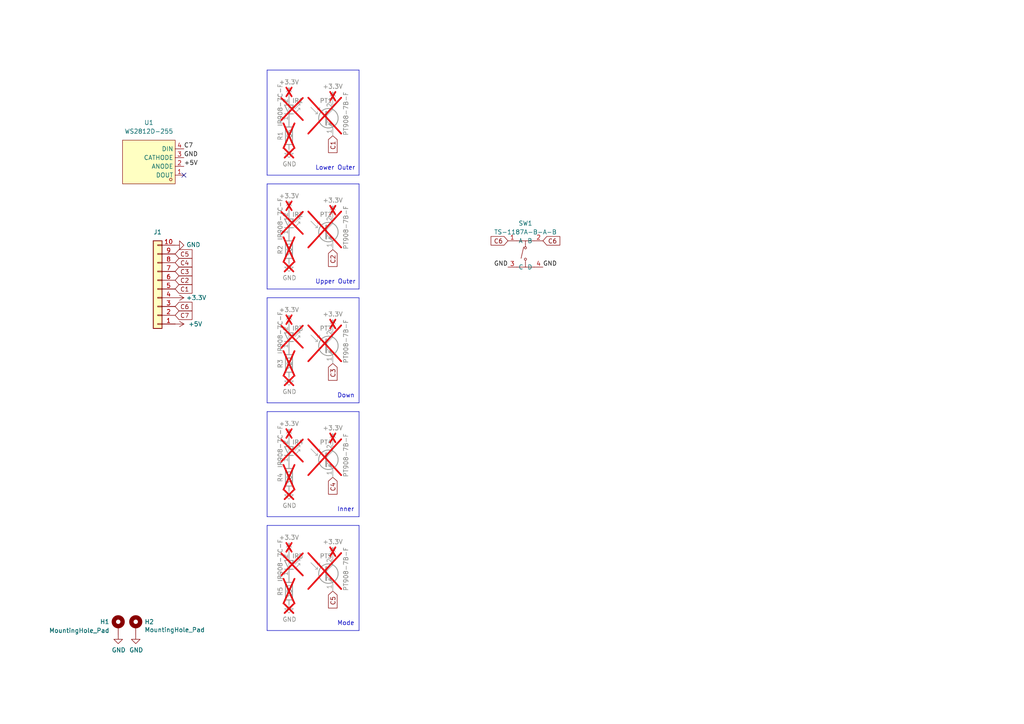
<source format=kicad_sch>
(kicad_sch (version 20250114) (generator "eeschema") (generator_version "9.0")
  (paper "A4")
  (lib_symbols
    (symbol "Connector_Generic:Conn_01x10" (pin_names (offset 1.016) (hide yes))
      (property "Reference" "J" (at 0 12.7 0))
      (property "Value" "Conn_01x10" (at 0 -15.24 0))
      (symbol "Conn_01x10_1_1"
        (rectangle (start -1.27 11.43) (end 1.27 -13.97) (stroke (width 0.254)) (fill (type background)))
        (rectangle (start -1.27 10.287) (end 0 10.033) (stroke (width 0.1524)))
        (rectangle (start -1.27 7.747) (end 0 7.493) (stroke (width 0.1524)))
        (rectangle (start -1.27 5.207) (end 0 4.953) (stroke (width 0.1524)))
        (rectangle (start -1.27 2.667) (end 0 2.413) (stroke (width 0.1524)))
        (rectangle (start -1.27 0.127) (end 0 -0.127) (stroke (width 0.1524)))
        (rectangle (start -1.27 -2.413) (end 0 -2.667) (stroke (width 0.1524)))
        (rectangle (start -1.27 -4.953) (end 0 -5.207) (stroke (width 0.1524)))
        (rectangle (start -1.27 -7.493) (end 0 -7.747) (stroke (width 0.1524)))
        (rectangle (start -1.27 -10.033) (end 0 -10.287) (stroke (width 0.1524)))
        (rectangle (start -1.27 -12.573) (end 0 -12.827) (stroke (width 0.1524)))
        (pin passive line (at -5.08 10.16 0) (length 3.81) (name "Pin_1") (number "1"))
        (pin passive line (at -5.08 7.62 0) (length 3.81) (name "Pin_2") (number "2"))
        (pin passive line (at -5.08 5.08 0) (length 3.81) (name "Pin_3") (number "3"))
        (pin passive line (at -5.08 2.54 0) (length 3.81) (name "Pin_4") (number "4"))
        (pin passive line (at -5.08 0 0) (length 3.81) (name "Pin_5") (number "5"))
        (pin passive line (at -5.08 -2.54 0) (length 3.81) (name "Pin_6") (number "6"))
        (pin passive line (at -5.08 -5.08 0) (length 3.81) (name "Pin_7") (number "7"))
        (pin passive line (at -5.08 -7.62 0) (length 3.81) (name "Pin_8") (number "8"))
        (pin passive line (at -5.08 -10.16 0) (length 3.81) (name "Pin_9") (number "9"))
        (pin passive line (at -5.08 -12.7 0) (length 3.81) (name "Pin_10") (number "10"))
      )
    )
    (symbol "Device:R" (pin_numbers (hide yes)) (pin_names (offset 0))
      (property "Reference" "R" (at 2.032 0 90))
      (property "Value" "R" (at 0 0 90))
      (symbol "R_0_1"
        (rectangle (start -1.016 -2.54) (end 1.016 2.54) (stroke (width 0.254)))
      )
      (symbol "R_1_1"
        (pin passive line (at 0 3.81 270) (length 1.27) (name "~") (number "1"))
        (pin passive line (at 0 -3.81 90) (length 1.27) (name "~") (number "2"))
      )
    )
    (symbol "Mechanical:MountingHole_Pad" (pin_numbers (hide yes)) (pin_names (offset 1.016) (hide yes))
      (property "Reference" "H" (at 0 6.35 0))
      (property "Value" "MountingHole_Pad" (at 0 4.445 0))
      (symbol "MountingHole_Pad_0_1"
        (circle (center 0 1.27) (radius 1.27) (stroke (width 1.27)))
      )
      (symbol "MountingHole_Pad_1_1"
        (pin input line (at 0 -2.54 90) (length 2.54) (name "1") (number "1"))
      )
    )
    (symbol "easyeda2kicad:TS-1187A-B-A-B"
      (property "Reference" "SW" (at 0 7.62 0))
      (property "Value" "TS-1187A-B-A-B" (at 0 -10.16 0))
      (symbol "TS-1187A-B-A-B_0_1"
        (polyline (pts (xy -2.54 2.54) (xy 2.54 2.54)))
        (polyline (pts (xy -2.54 -5.08) (xy 2.54 -5.08)))
        (polyline (pts (xy -0.51 0.76) (xy -1.27 -2.54)))
        (polyline (pts (xy 0 0.76) (xy 0 2.54)))
        (circle (center 0 0.51) (radius 0.32))
        (circle (center 0 -2.79) (radius 0.32))
        (polyline (pts (xy 0 -3.3) (xy 0 -5.08)))
        (pin unspecified line (at -5.08 2.54 0) (length 2.54) (name "A") (number "1"))
        (pin unspecified line (at -5.08 -5.08 0) (length 2.54) (name "C") (number "3"))
        (pin unspecified line (at 5.08 2.54 180) (length 2.54) (name "B") (number "2"))
        (pin unspecified line (at 5.08 -5.08 180) (length 2.54) (name "D") (number "4"))
      )
    )
    (symbol "easyeda2kicad:WS2812D-255"
      (property "Reference" "U" (at 0 8.89 0))
      (property "Value" "WS2812D-255" (at 0 -8.89 0))
      (symbol "WS2812D-255_0_1"
        (rectangle (start -7.62 6.35) (end 7.62 -6.35) (fill (type background)))
        (circle (center -6.35 5.08) (radius 0.38))
        (pin unspecified line (at -10.16 3.81 0) (length 2.54) (name "DOUT") (number "1"))
        (pin unspecified line (at -10.16 1.27 0) (length 2.54) (name "ANODE") (number "2"))
        (pin unspecified line (at -10.16 -1.27 0) (length 2.54) (name "CATHODE") (number "3"))
        (pin unspecified line (at -10.16 -3.81 0) (length 2.54) (name "DIN") (number "4"))
      )
    )
    (symbol "lalboard:IR908-7C-F" (pin_names (offset 1.016) (hide yes))
      (property "Reference" "D" (at 1.778 3.048 0))
      (property "Value" "IR908-7C-F" (at -1.016 -2.794 0))
      (symbol "IR908-7C-F_0_1"
        (polyline (pts (xy -2.54 1.27) (xy -2.54 -1.27)) (stroke (width 0.254)))
        (polyline (pts (xy -2.54 0) (xy 0 0)))
        (polyline (pts (xy -2.413 1.651) (xy -0.889 3.175) (xy -0.889 2.667) (xy -0.889 3.175) (xy -1.397 3.175)))
        (polyline (pts (xy -1.143 1.651) (xy 0.381 3.175) (xy 0.381 2.667)))
        (polyline (pts (xy 0 -1.27) (xy 0 1.27) (xy -2.54 0) (xy 0 -1.27)) (stroke (width 0.254)))
        (polyline (pts (xy 0.381 3.175) (xy -0.127 3.175)))
      )
      (symbol "IR908-7C-F_1_1"
        (pin passive line (at -5.08 0 0) (length 2.54) (name "K") (number "1"))
        (pin passive line (at 2.54 0 180) (length 2.54) (name "A") (number "2"))
      )
    )
    (symbol "lalboard:PT908-7B-F" (pin_names (offset 0) (hide yes))
      (property "Reference" "Q" (at 5.08 1.27 0))
      (property "Value" "PT908-7B-F" (at 5.08 -1.27 0))
      (symbol "PT908-7B-F_0_1"
        (polyline (pts (xy -3.81 3.175) (xy -1.905 1.27) (xy -1.905 1.905)))
        (polyline (pts (xy -3.175 4.445) (xy -1.27 2.54) (xy -1.27 3.175)))
        (polyline (pts (xy -1.905 1.27) (xy -2.54 1.27)))
        (polyline (pts (xy -1.27 2.54) (xy -1.905 2.54)))
        (polyline (pts (xy 0.635 1.905) (xy 0.635 -1.905) (xy 0.635 -1.905)) (stroke (width 0.508)))
        (polyline (pts (xy 0.635 0.635) (xy 2.54 2.54)))
        (polyline (pts (xy 0.635 -0.635) (xy 2.54 -2.54) (xy 2.54 -2.54)))
        (circle (center 1.27 0) (radius 2.8194) (stroke (width 0.254)))
        (polyline (pts (xy 1.27 -1.778) (xy 1.778 -1.27) (xy 2.286 -2.286) (xy 1.27 -1.778) (xy 1.27 -1.778)) (fill (type outline)))
      )
      (symbol "PT908-7B-F_1_1"
        (pin passive line (at 2.54 5.08 270) (length 2.54) (name "C") (number "2"))
        (pin passive line (at 2.54 -5.08 90) (length 2.54) (name "E") (number "1"))
      )
    )
    (symbol "power:+3.3V" (power) (pin_names (offset 0))
      (property "Value" "+3.3V" (at 0 3.556 0))
      (symbol "+3.3V_0_1"
        (polyline (pts (xy -0.762 1.27) (xy 0 2.54)))
        (polyline (pts (xy 0 2.54) (xy 0.762 1.27)))
        (polyline (pts (xy 0 0) (xy 0 2.54)))
      )
      (symbol "+3.3V_1_1"
        (pin power_in line (at 0 0 90) (length 0) (hide yes) (name "+3.3V") (number "1"))
      )
    )
    (symbol "power:GND" (power) (pin_names (offset 0))
      (property "Value" "GND" (at 0 -3.81 0))
      (symbol "GND_0_1"
        (polyline (pts (xy 0 0) (xy 0 -1.27) (xy 1.27 -1.27) (xy 0 -2.54) (xy -1.27 -1.27) (xy 0 -1.27)))
      )
      (symbol "GND_1_1"
        (pin power_in line (at 0 0 270) (length 0) (hide yes) (name "GND") (number "1"))
      )
    )
  )
  (text "Mode" (at 97.79 181.61 0) (effects (font (size 1.27 1.27)) (justify left bottom)))
  (text "Down" (at 97.79 115.57 0) (effects (font (size 1.27 1.27)) (justify left bottom)))
  (text "Upper Outer" (at 91.44 82.55 0) (effects (font (size 1.27 1.27)) (justify left bottom)))
  (text "Lower Outer" (at 91.44 49.53 0) (effects (font (size 1.27 1.27)) (justify left bottom)))
  (text "Inner" (at 97.79 148.59 0) (effects (font (size 1.27 1.27)) (justify left bottom)))
  (no_connect (at 53.34 50.8))
  (polyline (pts (xy 77.47 20.32) (xy 104.14 20.32)))
  (polyline (pts (xy 77.47 152.4) (xy 104.14 152.4)))
  (polyline (pts (xy 104.14 20.32) (xy 104.14 50.8)))
  (polyline (pts (xy 104.14 83.82) (xy 77.47 83.82)))
  (polyline (pts (xy 77.47 20.32) (xy 77.47 50.8)))
  (polyline (pts (xy 104.14 119.38) (xy 104.14 149.86)))
  (polyline (pts (xy 104.14 50.8) (xy 77.47 50.8)))
  (polyline (pts (xy 77.47 86.36) (xy 77.47 116.84)))
  (polyline (pts (xy 104.14 86.36) (xy 104.14 116.84)))
  (polyline (pts (xy 77.47 53.34) (xy 104.14 53.34)))
  (polyline (pts (xy 77.47 53.34) (xy 77.47 83.82)))
  (polyline (pts (xy 77.47 152.4) (xy 77.47 182.88)))
  (polyline (pts (xy 77.47 119.38) (xy 77.47 149.86)))
  (polyline (pts (xy 104.14 149.86) (xy 77.47 149.86)))
  (polyline (pts (xy 104.14 182.88) (xy 77.47 182.88)))
  (polyline (pts (xy 104.14 116.84) (xy 77.47 116.84)))
  (polyline (pts (xy 104.14 53.34) (xy 104.14 83.82)))
  (polyline (pts (xy 77.47 86.36) (xy 104.14 86.36)))
  (polyline (pts (xy 104.14 152.4) (xy 104.14 182.88)))
  (polyline (pts (xy 77.47 119.38) (xy 104.14 119.38)))
  (label "GND" (at 147.32 77.47 180))
  (label "+5V" (at 53.34 48.26 0))
  (label "C7" (at 53.34 43.18 0))
  (label "GND" (at 53.34 45.72 0))
  (label "GND" (at 157.48 77.47 0))
  (global_label "C5" (shape input) (at 96.52 171.45 270) (property "Intersheetrefs" "${INTERSHEET_REFS}" (effects (hide yes))))
  (global_label "C6" (shape input) (at 147.32 69.85 180) (property "Intersheetrefs" "${INTERSHEET_REFS}" (effects (hide yes))))
  (global_label "C3" (shape input) (at 96.52 105.41 270) (property "Intersheetrefs" "${INTERSHEET_REFS}" (effects (hide yes))))
  (global_label "C4" (shape input) (at 50.8 76.2 0) (property "Intersheetrefs" "${INTERSHEET_REFS}" (effects (hide yes))))
  (global_label "C1" (shape input) (at 96.52 39.37 270) (property "Intersheetrefs" "${INTERSHEET_REFS}" (effects (hide yes))))
  (global_label "C4" (shape input) (at 96.52 138.43 270) (property "Intersheetrefs" "${INTERSHEET_REFS}" (effects (hide yes))))
  (global_label "C7" (shape input) (at 50.8 91.44 0) (property "Intersheetrefs" "${INTERSHEET_REFS}" (effects (hide yes))))
  (global_label "C5" (shape input) (at 50.8 73.66 0) (property "Intersheetrefs" "${INTERSHEET_REFS}" (effects (hide yes))))
  (global_label "C3" (shape input) (at 50.8 78.74 0) (property "Intersheetrefs" "${INTERSHEET_REFS}" (effects (hide yes))))
  (global_label "C2" (shape input) (at 96.52 72.39 270) (property "Intersheetrefs" "${INTERSHEET_REFS}" (effects (hide yes))))
  (global_label "C1" (shape input) (at 50.8 83.82 0) (property "Intersheetrefs" "${INTERSHEET_REFS}" (effects (hide yes))))
  (global_label "C2" (shape input) (at 50.8 81.28 0) (property "Intersheetrefs" "${INTERSHEET_REFS}" (effects (hide yes))))
  (global_label "C6" (shape input) (at 50.8 88.9 0) (property "Intersheetrefs" "${INTERSHEET_REFS}" (effects (hide yes))))
  (global_label "C6" (shape input) (at 157.48 69.85 0) (property "Intersheetrefs" "${INTERSHEET_REFS}" (effects (hide yes))))
  (symbol (lib_id "Connector_Generic:Conn_01x10") (at 45.72 83.82 180) (unit 1)
    (property "Reference" "J1" (at 45.72 67.31 0))
    (property "Value" "Conn_01x07" (effects (hide yes)))
    (property "Footprint" "Connector_Wuerth:Wuerth_WR-WTB_64801011622_1x10_P1.50mm_Vertical" (effects (hide yes)))
    (property "Description" "Generic connector, single row, 01x10, script generated (kicad-library-utils/schlib/autogen/connector/)" (effects (hide yes)))
  )
  (symbol (lib_id "lalboard:IR908-7C-F") (at 83.82 30.48 270) (mirror x) (unit 1) (dnp yes)
    (property "Reference" "IR1" (at 86.36 29.21 90))
    (property "Value" "IR908-7C-F" (at 81.28 30.48 0))
    (property "Footprint" "lalboard:IR908-7C-F" (effects (hide yes)))
    (property "Datasheet" "https://www.everlight.com/file/ProductFile/201407052136280483.pdf" (effects (hide yes)))
  )
  (symbol (lib_id "lalboard:PT908-7B-F") (at 93.98 34.29 0) (unit 1) (dnp yes)
    (property "Reference" "PT1" (at 92.71 29.21 0) (effects (justify left)))
    (property "Value" "PT908-7B-F" (at 100.33 39.37 90) (effects (justify left)))
    (property "Footprint" "lalboard:PT908-7C-F" (effects (hide yes)))
    (property "Datasheet" "https://www.everlight.com/file/ProductFile/PT908-7B-F.pdf" (effects (hide yes)))
  )
  (symbol (lib_id "Device:R") (at 83.82 39.37 180) (unit 1) (dnp yes)
    (property "Reference" "R1" (at 81.28 38.1 90) (effects (justify left)))
    (property "Value" "56" (at 83.9724 37.4396 90) (effects (justify left)))
    (property "Footprint" "Resistor_SMD:R_0805_2012Metric_Pad1.20x1.40mm_HandSolder" (effects (hide yes)))
  )
  (symbol (lib_id "power:GND") (at 83.82 43.18 0) (unit 1) (dnp yes)
    (property "Reference" "#PWR03" (effects (hide yes)))
    (property "Value" "GND" (at 83.947 47.5742 0))
  )
  (symbol (lib_id "power:GND") (at 50.8 71.12 90) (unit 1)
    (property "Reference" "#PWR01" (effects (hide yes)))
    (property "Value" "GND" (at 54.0512 70.993 90) (effects (justify right)))
  )
  (symbol (lib_id "lalboard:PT908-7B-F") (at 93.98 67.31 0) (unit 1) (dnp yes)
    (property "Reference" "PT2" (at 92.71 62.23 0) (effects (justify left)))
    (property "Value" "PT908-7B-F" (at 100.33 72.39 90) (effects (justify left)))
    (property "Footprint" "lalboard:PT908-7C-F" (effects (hide yes)))
    (property "Datasheet" "https://www.everlight.com/file/ProductFile/PT908-7B-F.pdf" (effects (hide yes)))
  )
  (symbol (lib_id "Device:R") (at 83.82 72.39 180) (unit 1) (dnp yes)
    (property "Reference" "R2" (at 81.28 71.12 90) (effects (justify left)))
    (property "Value" "100" (at 83.9724 70.4596 90) (effects (justify left)))
    (property "Footprint" "Resistor_SMD:R_0805_2012Metric_Pad1.20x1.40mm_HandSolder" (effects (hide yes)))
  )
  (symbol (lib_id "lalboard:IR908-7C-F") (at 83.82 63.5 270) (mirror x) (unit 1) (dnp yes)
    (property "Reference" "IR2" (at 86.36 62.23 90))
    (property "Value" "IR908-7C-F" (at 81.28 63.5 0))
    (property "Footprint" "lalboard:IR908-7C-F" (effects (hide yes)))
    (property "Datasheet" "https://www.everlight.com/file/ProductFile/201407052136280483.pdf" (effects (hide yes)))
  )
  (symbol (lib_id "power:GND") (at 83.82 76.2 0) (unit 1) (dnp yes)
    (property "Reference" "#PWR0102" (effects (hide yes)))
    (property "Value" "GND" (at 83.947 80.5942 0))
  )
  (symbol (lib_id "lalboard:PT908-7B-F") (at 93.98 100.33 0) (unit 1) (dnp yes)
    (property "Reference" "PT3" (at 92.71 95.25 0) (effects (justify left)))
    (property "Value" "PT908-7B-F" (at 100.33 105.41 90) (effects (justify left)))
    (property "Footprint" "lalboard:PT908-7C-F" (effects (hide yes)))
    (property "Datasheet" "https://www.everlight.com/file/ProductFile/PT908-7B-F.pdf" (effects (hide yes)))
  )
  (symbol (lib_id "Device:R") (at 83.82 105.41 180) (unit 1) (dnp yes)
    (property "Reference" "R3" (at 81.28 104.14 90) (effects (justify left)))
    (property "Value" "120" (at 83.9724 103.4796 90) (effects (justify left)))
    (property "Footprint" "Resistor_SMD:R_0805_2012Metric_Pad1.20x1.40mm_HandSolder" (effects (hide yes)))
  )
  (symbol (lib_id "lalboard:IR908-7C-F") (at 83.82 96.52 270) (mirror x) (unit 1) (dnp yes)
    (property "Reference" "IR3" (at 86.36 95.25 90))
    (property "Value" "IR908-7C-F" (at 81.28 96.52 0))
    (property "Footprint" "lalboard:IR908-7C-F" (effects (hide yes)))
    (property "Datasheet" "https://www.everlight.com/file/ProductFile/201407052136280483.pdf" (effects (hide yes)))
  )
  (symbol (lib_id "power:GND") (at 83.82 109.22 0) (unit 1) (dnp yes)
    (property "Reference" "#PWR0105" (effects (hide yes)))
    (property "Value" "GND" (at 83.947 113.6142 0))
  )
  (symbol (lib_id "lalboard:PT908-7B-F") (at 93.98 133.35 0) (unit 1) (dnp yes)
    (property "Reference" "PT4" (at 92.71 128.27 0) (effects (justify left)))
    (property "Value" "PT908-7B-F" (at 100.33 138.43 90) (effects (justify left)))
    (property "Footprint" "lalboard:PT908-7C-F" (effects (hide yes)))
    (property "Datasheet" "https://www.everlight.com/file/ProductFile/PT908-7B-F.pdf" (effects (hide yes)))
  )
  (symbol (lib_id "Device:R") (at 83.82 138.43 180) (unit 1) (dnp yes)
    (property "Reference" "R4" (at 81.28 137.16 90) (effects (justify left)))
    (property "Value" "180" (at 83.9724 136.4996 90) (effects (justify left)))
    (property "Footprint" "Resistor_SMD:R_0805_2012Metric_Pad1.20x1.40mm_HandSolder" (effects (hide yes)))
  )
  (symbol (lib_id "lalboard:IR908-7C-F") (at 83.82 129.54 270) (mirror x) (unit 1) (dnp yes)
    (property "Reference" "IR4" (at 86.36 128.27 90))
    (property "Value" "IR908-7C-F" (at 81.28 129.54 0))
    (property "Footprint" "lalboard:IR908-7C-F" (effects (hide yes)))
    (property "Datasheet" "https://www.everlight.com/file/ProductFile/201407052136280483.pdf" (effects (hide yes)))
  )
  (symbol (lib_id "power:GND") (at 83.82 142.24 0) (unit 1) (dnp yes)
    (property "Reference" "#PWR0108" (effects (hide yes)))
    (property "Value" "GND" (at 83.947 146.6342 0))
  )
  (symbol (lib_id "lalboard:PT908-7B-F") (at 93.98 166.37 0) (unit 1) (dnp yes)
    (property "Reference" "PT5" (at 92.71 161.29 0) (effects (justify left)))
    (property "Value" "PT908-7B-F" (at 100.33 171.45 90) (effects (justify left)))
    (property "Footprint" "lalboard:PT908-7C-F" (effects (hide yes)))
    (property "Datasheet" "https://www.everlight.com/file/ProductFile/PT908-7B-F.pdf" (effects (hide yes)))
  )
  (symbol (lib_id "Device:R") (at 83.82 171.45 180) (unit 1) (dnp yes)
    (property "Reference" "R5" (at 81.28 170.18 90) (effects (justify left)))
    (property "Value" "150" (at 83.9724 169.5196 90) (effects (justify left)))
    (property "Footprint" "Resistor_SMD:R_0805_2012Metric_Pad1.20x1.40mm_HandSolder" (effects (hide yes)))
  )
  (symbol (lib_id "lalboard:IR908-7C-F") (at 83.82 162.56 270) (mirror x) (unit 1) (dnp yes)
    (property "Reference" "IR5" (at 86.36 161.29 90))
    (property "Value" "IR908-7C-F" (at 81.28 162.56 0))
    (property "Footprint" "lalboard:IR908-7C-F" (effects (hide yes)))
    (property "Datasheet" "https://www.everlight.com/file/ProductFile/201407052136280483.pdf" (effects (hide yes)))
  )
  (symbol (lib_id "power:GND") (at 83.82 175.26 0) (unit 1) (dnp yes)
    (property "Reference" "#PWR0111" (effects (hide yes)))
    (property "Value" "GND" (at 83.947 179.6542 0))
  )
  (symbol (lib_id "Mechanical:MountingHole_Pad") (at 34.29 181.61 0) (unit 1)
    (property "Reference" "H1" (at 31.75 180.34 0) (effects (justify right)))
    (property "Value" "MountingHole_Pad" (at 31.75 182.88 0) (effects (justify right)))
    (property "Footprint" "MountingHole:MountingHole_2.2mm_M2_DIN965_Pad" (effects (hide yes)))
  )
  (symbol (lib_id "Mechanical:MountingHole_Pad") (at 39.37 181.61 0) (unit 1)
    (property "Reference" "H2" (at 41.91 180.3654 0) (effects (justify left)))
    (property "Value" "MountingHole_Pad" (at 41.91 182.6768 0) (effects (justify left)))
    (property "Footprint" "MountingHole:MountingHole_2.2mm_M2_DIN965_Pad" (effects (hide yes)))
  )
  (symbol (lib_id "power:GND") (at 34.29 184.15 0) (unit 1)
    (property "Reference" "#PWR0113" (effects (hide yes)))
    (property "Value" "GND" (at 34.417 188.5442 0))
  )
  (symbol (lib_id "power:GND") (at 39.37 184.15 0) (unit 1)
    (property "Reference" "#PWR0114" (effects (hide yes)))
    (property "Value" "GND" (at 39.497 188.5442 0))
  )
  (symbol (lib_id "power:+3.3V") (at 83.82 160.02 0) (unit 1) (dnp yes)
    (property "Reference" "#PWR012" (effects (hide yes)))
    (property "Value" "+3.3V" (at 83.82 155.8869 0))
  )
  (symbol (lib_id "power:+3.3V") (at 96.52 128.27 0) (unit 1) (dnp yes)
    (property "Reference" "#PWR011" (effects (hide yes)))
    (property "Value" "+3.3V" (at 96.52 124.1369 0))
  )
  (symbol (lib_id "power:+3.3V") (at 96.52 161.29 0) (unit 1) (dnp yes)
    (property "Reference" "#PWR013" (effects (hide yes)))
    (property "Value" "+3.3V" (at 96.52 157.1569 0))
  )
  (symbol (lib_id "power:+3.3V") (at 83.82 93.98 0) (unit 1) (dnp yes)
    (property "Reference" "#PWR08" (effects (hide yes)))
    (property "Value" "+3.3V" (at 83.82 89.8469 0))
  )
  (symbol (lib_id "power:+3.3V") (at 96.52 29.21 0) (unit 1) (dnp yes)
    (property "Reference" "#PWR05" (effects (hide yes)))
    (property "Value" "+3.3V" (at 96.52 25.0769 0))
  )
  (symbol (lib_id "power:+3.3V") (at 83.82 27.94 0) (unit 1) (dnp yes)
    (property "Reference" "#PWR04" (effects (hide yes)))
    (property "Value" "+3.3V" (at 83.82 23.8069 0))
  )
  (symbol (lib_id "power:+3.3V") (at 50.8 93.98 270) (unit 1)
    (property "Reference" "#PWR014" (effects (hide yes)))
    (property "Value" "+5V" (at 54.61 93.9799 90) (effects (justify left)))
  )
  (symbol (lib_id "easyeda2kicad:WS2812D-255") (at 43.18 46.99 180) (unit 1)
    (property "Reference" "U1" (at 43.18 35.56 0))
    (property "Value" "WS2812D-255" (at 43.18 38.1 0))
    (property "Footprint" "easyeda2kicad:LED-TH_4P-L5.0-W2.5-P1.27_WS2812D-255" (effects (hide yes)))
    (property "LCSC Part" "C4154874" (effects (hide yes)))
  )
  (symbol (lib_id "power:+3.3V") (at 83.82 127 0) (unit 1) (dnp yes)
    (property "Reference" "#PWR010" (effects (hide yes)))
    (property "Value" "+3.3V" (at 83.82 122.8669 0))
  )
  (symbol (lib_id "power:+3.3V") (at 96.52 95.25 0) (unit 1) (dnp yes)
    (property "Reference" "#PWR09" (effects (hide yes)))
    (property "Value" "+3.3V" (at 96.52 91.1169 0))
  )
  (symbol (lib_id "easyeda2kicad:TS-1187A-B-A-B") (at 152.4 72.39 0) (unit 1)
    (property "Reference" "SW1" (at 152.4 64.77 0))
    (property "Value" "TS-1187A-B-A-B" (at 152.4 67.31 0))
    (property "Footprint" "easyeda2kicad:SW-SMD_4P-L5.1-W5.1-P3.70-LS6.5-TL_H1.5" (effects (hide yes)))
    (property "Datasheet" "https://lcsc.com/product-detail/Tactile-Switches_XKB-Enterprise-TS-1187-B-A-A_C318884.html" (effects (hide yes)))
    (property "LCSC Part" "C318884" (effects (hide yes)))
  )
  (symbol (lib_id "power:+3.3V") (at 50.8 86.36 270) (unit 1)
    (property "Reference" "#PWR02" (effects (hide yes)))
    (property "Value" "+3.3V" (at 53.975 86.36 90) (effects (justify left)))
  )
  (symbol (lib_id "power:+3.3V") (at 83.82 60.96 0) (unit 1) (dnp yes)
    (property "Reference" "#PWR06" (effects (hide yes)))
    (property "Value" "+3.3V" (at 83.82 56.8269 0))
  )
  (symbol (lib_id "power:+3.3V") (at 96.52 62.23 0) (unit 1) (dnp yes)
    (property "Reference" "#PWR07" (effects (hide yes)))
    (property "Value" "+3.3V" (at 96.52 58.0969 0))
  )
)
</source>
